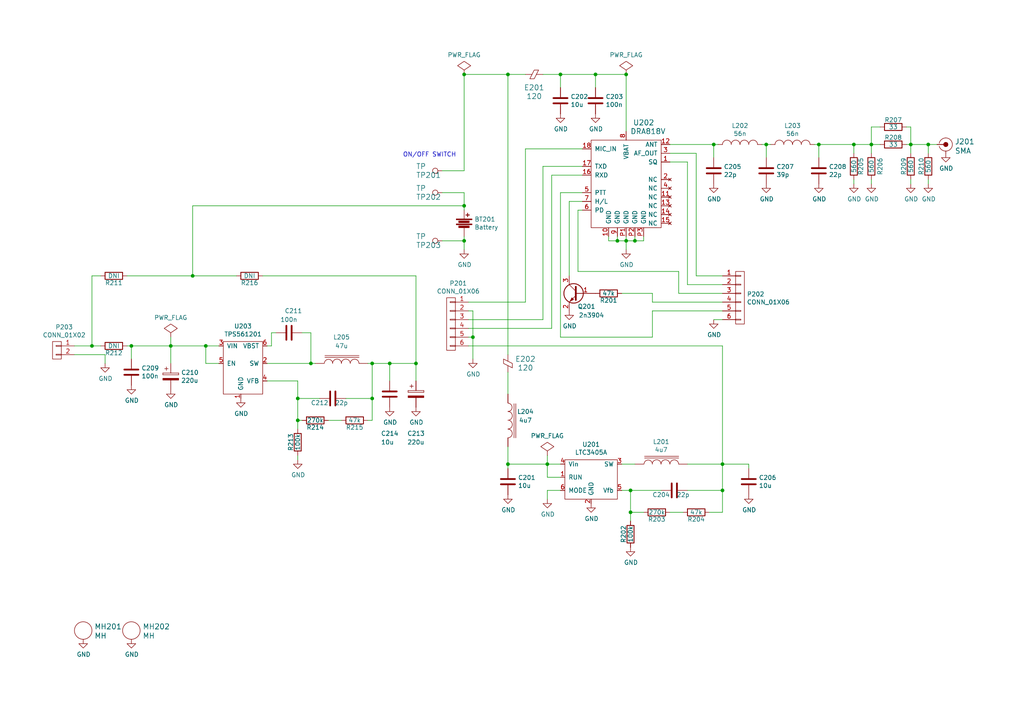
<source format=kicad_sch>
(kicad_sch (version 20211123) (generator eeschema)
  (paper "A4")
  (lib_symbols
    (symbol "Page-tek-conn:CONN_01X02" (pin_names (offset 1.016) hide)
      (property "Reference" "P" (at 0 3.81 0))
      (property "Value" "Page-tek-conn_CONN_01X02" (at 2.54 0 90))
      (symbol "CONN_01X02_0_1"
        (rectangle (start -1.27 -1.143) (end 0.254 -1.397))
        (rectangle (start -1.27 1.397) (end 0.254 1.143))
        (rectangle (start -1.27 2.54) (end 1.27 -2.54))
      )
      (symbol "CONN_01X02_1_1"
        (pin passive line (at -5.08 1.27 0) (length 3.81) (name "P1") (number "1"))
        (pin passive line (at -5.08 -1.27 0) (length 3.81) (name "P2") (number "2"))
      )
    )
    (symbol "Page-tek-conn:CONN_01X06" (pin_names (offset 1.016) hide)
      (property "Reference" "P" (at 0 8.89 0))
      (property "Value" "Page-tek-conn_CONN_01X06" (at 2.54 0 90))
      (symbol "CONN_01X06_0_1"
        (rectangle (start -1.27 -6.223) (end 0.254 -6.477))
        (rectangle (start -1.27 -3.683) (end 0.254 -3.937))
        (rectangle (start -1.27 -1.143) (end 0.254 -1.397))
        (rectangle (start -1.27 1.397) (end 0.254 1.143))
        (rectangle (start -1.27 3.937) (end 0.254 3.683))
        (rectangle (start -1.27 6.477) (end 0.254 6.223))
        (rectangle (start -1.27 7.62) (end 1.27 -7.62))
      )
      (symbol "CONN_01X06_1_1"
        (pin passive line (at -5.08 6.35 0) (length 3.81) (name "P1") (number "1"))
        (pin passive line (at -5.08 3.81 0) (length 3.81) (name "P2") (number "2"))
        (pin passive line (at -5.08 1.27 0) (length 3.81) (name "P3") (number "3"))
        (pin passive line (at -5.08 -1.27 0) (length 3.81) (name "P4") (number "4"))
        (pin passive line (at -5.08 -3.81 0) (length 3.81) (name "P5") (number "5"))
        (pin passive line (at -5.08 -6.35 0) (length 3.81) (name "P6") (number "6"))
      )
    )
    (symbol "Page-tek-conn:SMA" (pin_numbers hide) (pin_names (offset 1.016) hide)
      (property "Reference" "J" (at 2.54 1.27 0))
      (property "Value" "Page-tek-conn_SMA" (at 2.54 -1.27 0))
      (property "Footprint" "SMA" (at 5.08 -3.302 0))
      (symbol "SMA_0_1"
        (arc (start -1.905 -0.508) (mid -1.1909 -1.5311) (end 0 -1.905))
        (arc (start 0 -1.905) (mid 1.905 0) (end 0 1.905))
        (circle (center 0 0) (radius 0.635) (fill (type outline)))
        (arc (start 0 1.905) (mid -1.2136 1.47) (end -1.905 0.381))
      )
      (symbol "SMA_1_1"
        (pin passive line (at -2.54 0 0) (length 2.54) (name "RF") (number "1"))
        (pin passive line (at 0 -2.54 90) (length 0.6096) (name "GND") (number "2"))
      )
    )
    (symbol "Page-tek-conn:TP" (pin_names (offset 1.016))
      (property "Reference" "TP" (at 0.254 5.842 0))
      (property "Value" "Page-tek-conn_TP" (at 0.254 3.81 0))
      (symbol "TP_0_1"
        (polyline (pts (xy 0 1.27) (xy 0 0)))
        (circle (center 0 2.032) (radius 0.762))
      )
      (symbol "TP_1_1"
        (pin input line (at 0 0 90) (length 0) hide (name "~") (number "1"))
      )
    )
    (symbol "Page-tek-mech:MH" (pin_names (offset 1.016))
      (property "Reference" "MH" (at 0 8.89 0))
      (property "Value" "Page-tek-mech_MH" (at 0 6.35 0))
      (symbol "MH_0_1"
        (circle (center 0 2.54) (radius 2.54))
      )
      (symbol "MH_1_1"
        (pin input line (at 0 0 90) (length 0) (name "~") (number "1"))
      )
    )
    (symbol "Page-tek-passive:Battery" (pin_numbers hide) (pin_names (offset 0))
      (property "Reference" "BT" (at 2.54 1.27 0))
      (property "Value" "Page-tek-passive_Battery" (at 2.54 -1.27 0))
      (symbol "Battery_0_1"
        (rectangle (start -2.286 -0.1778) (end 2.286 -0.4318) (fill (type outline)))
        (rectangle (start -2.286 1.27) (end 2.286 1.016) (fill (type outline)))
        (rectangle (start -1.5748 -0.762) (end 1.4732 -1.27) (fill (type outline)))
        (rectangle (start -1.5748 0.6858) (end 1.4732 0.1778) (fill (type outline)))
        (polyline (pts (xy 0.508 2.413) (xy 1.524 2.413)) (stroke (width 0.254)))
        (polyline (pts (xy 1.016 2.921) (xy 1.016 1.905)) (stroke (width 0.254)))
      )
      (symbol "Battery_1_1"
        (pin passive line (at 0 3.81 270) (length 2.54) (name "~") (number "1"))
        (pin passive line (at 0 -3.81 90) (length 2.54) (name "~") (number "2"))
      )
    )
    (symbol "Page-tek-passive:C" (pin_numbers hide) (pin_names (offset 0.254))
      (property "Reference" "C" (at 0.635 2.54 0))
      (property "Value" "Page-tek-passive_C" (at 0.635 -2.54 0))
      (symbol "C_0_1"
        (polyline (pts (xy -2.032 -0.762) (xy 2.032 -0.762)) (stroke (width 0.508)))
        (polyline (pts (xy -2.032 0.762) (xy 2.032 0.762)) (stroke (width 0.508)))
      )
      (symbol "C_1_1"
        (pin passive line (at 0 3.81 270) (length 2.794) (name "~") (number "1"))
        (pin passive line (at 0 -3.81 90) (length 2.794) (name "~") (number "2"))
      )
    )
    (symbol "Page-tek-passive:CP" (pin_numbers hide) (pin_names (offset 0.254))
      (property "Reference" "C" (at 0.635 2.54 0))
      (property "Value" "Page-tek-passive_CP" (at 0.635 -2.54 0))
      (symbol "CP_0_1"
        (rectangle (start -2.286 0.508) (end -2.286 1.016))
        (rectangle (start -2.286 0.508) (end 2.286 0.508))
        (polyline (pts (xy -1.778 2.286) (xy -0.762 2.286)))
        (polyline (pts (xy -1.27 2.794) (xy -1.27 1.778)))
        (rectangle (start 2.286 -0.508) (end -2.286 -1.016) (fill (type outline)))
        (rectangle (start 2.286 1.016) (end -2.286 1.016))
        (rectangle (start 2.286 1.016) (end 2.286 0.508))
      )
      (symbol "CP_1_1"
        (pin passive line (at 0 3.81 270) (length 2.794) (name "~") (number "1"))
        (pin passive line (at 0 -3.81 90) (length 2.794) (name "~") (number "2"))
      )
    )
    (symbol "Page-tek-passive:Ferrite_Bead" (pin_numbers hide) (pin_names (offset 1.016) hide)
      (property "Reference" "E" (at 0 2.54 0))
      (symbol "Ferrite_Bead_0_1"
        (polyline (pts (xy 1.27 1.27) (xy 0 -1.27) (xy -1.27 -1.27) (xy 0 1.27) (xy 1.27 1.27)))
      )
      (symbol "Ferrite_Bead_1_1"
        (pin passive line (at -2.54 0 0) (length 1.905) (name "~") (number "1"))
        (pin passive line (at 2.54 0 180) (length 1.905) (name "~") (number "2"))
      )
    )
    (symbol "Page-tek-passive:INDUCTOR_F" (pin_numbers hide) (pin_names (offset 1.016) hide)
      (property "Reference" "L" (at 3.556 0 90))
      (property "Value" "Page-tek-passive_INDUCTOR_F" (at -1.27 0 90))
      (symbol "INDUCTOR_F_0_1"
        (polyline (pts (xy 1.778 4.826) (xy 1.778 -5.08)))
        (polyline (pts (xy 2.286 -5.08) (xy 2.286 4.826)))
        (arc (start 0.0254 -5.0546) (mid 1.2449 -3.8097) (end 0.0254 -2.54))
        (arc (start 0.0254 -2.5146) (mid 1.2703 -1.2444) (end 0.0254 0.0508))
        (arc (start 0.0254 0.0254) (mid 1.2703 1.2956) (end 0.0254 2.5908))
        (arc (start 0.0254 2.5654) (mid 1.1941 3.7595) (end 0.0254 4.9784))
      )
      (symbol "INDUCTOR_F_1_1"
        (pin passive line (at 0 7.62 270) (length 2.54) (name "1") (number "1"))
        (pin passive line (at 0 -7.62 90) (length 2.54) (name "2") (number "2"))
      )
    )
    (symbol "Page-tek-passive:INDUCTOR_SMALL" (pin_numbers hide) (pin_names (offset 0) hide)
      (property "Reference" "L" (at 0 2.54 0))
      (property "Value" "Page-tek-passive_INDUCTOR_SMALL" (at 0 -1.27 0))
      (symbol "INDUCTOR_SMALL_0_1"
        (arc (start -2.54 0) (mid -3.81 1.27) (end -5.08 0))
        (arc (start 0 0) (mid -1.27 1.27) (end -2.54 0))
        (arc (start 2.54 0) (mid 1.27 1.27) (end 0 0))
        (arc (start 5.08 0) (mid 3.81 1.27) (end 2.54 0))
      )
      (symbol "INDUCTOR_SMALL_1_1"
        (pin input line (at -6.35 0 0) (length 1.27) (name "1") (number "1"))
        (pin input line (at 6.35 0 180) (length 1.27) (name "2") (number "2"))
      )
    )
    (symbol "Page-tek-passive:R" (pin_numbers hide) (pin_names (offset 0))
      (property "Reference" "R" (at 2.032 0 90))
      (property "Value" "Page-tek-passive_R" (at 0 0 90))
      (symbol "R_0_1"
        (rectangle (start -1.016 -2.54) (end 1.016 2.54) (stroke (width 0.254)))
      )
      (symbol "R_1_1"
        (pin passive line (at 0 3.81 270) (length 1.27) (name "~") (number "1"))
        (pin passive line (at 0 -3.81 90) (length 1.27) (name "~") (number "2"))
      )
    )
    (symbol "Page-tek-power:GND" (power) (pin_names (offset 0))
      (property "Value" "Page-tek-power_GND" (at 0 -3.81 0))
      (symbol "GND_0_1"
        (polyline (pts (xy 0 0) (xy 0 -1.27) (xy 1.27 -1.27) (xy 0 -2.54) (xy -1.27 -1.27) (xy 0 -1.27)))
      )
      (symbol "GND_1_1"
        (pin power_in line (at 0 0 270) (length 0) hide (name "GND") (number "1"))
      )
    )
    (symbol "Page-tek-power:PWR_FLAG" (power) (pin_numbers hide) (pin_names (offset 0) hide)
      (property "Value" "Page-tek-power_PWR_FLAG" (at 0 4.572 0))
      (symbol "PWR_FLAG_0_0"
        (pin power_out line (at 0 0 90) (length 0) (name "pwr") (number "1"))
      )
      (symbol "PWR_FLAG_0_1"
        (polyline (pts (xy 0 0) (xy 0 1.27) (xy -1.905 2.54) (xy 0 3.81) (xy 1.905 2.54) (xy 0 1.27)))
      )
    )
    (symbol "Page-tek-rf:DRA818V" (pin_names (offset 1.016))
      (property "Reference" "U" (at 5.08 17.78 0))
      (property "Value" "Page-tek-rf_DRA818V" (at 5.08 15.24 0))
      (symbol "DRA818V_0_1"
        (rectangle (start -10.16 12.7) (end 10.16 -12.7))
      )
      (symbol "DRA818V_1_1"
        (pin output line (at 12.7 6.35 180) (length 2.54) (name "SQ") (number "1"))
        (pin power_in line (at -5.08 -15.24 90) (length 2.54) (name "GND") (number "10"))
        (pin no_connect line (at 12.7 -3.81 180) (length 2.54) (name "NC") (number "11"))
        (pin output line (at 12.7 11.43 180) (length 2.54) (name "ANT") (number "12"))
        (pin no_connect line (at 12.7 -6.35 180) (length 2.54) (name "NC") (number "13"))
        (pin no_connect line (at 12.7 -8.89 180) (length 2.54) (name "NC") (number "14"))
        (pin no_connect line (at 12.7 -11.43 180) (length 2.54) (name "NC") (number "15"))
        (pin input line (at -12.7 2.54 0) (length 2.54) (name "RXD") (number "16"))
        (pin output line (at -12.7 5.08 0) (length 2.54) (name "TXD") (number "17"))
        (pin input line (at -12.7 10.16 0) (length 2.54) (name "MIC_IN") (number "18"))
        (pin no_connect line (at 12.7 1.27 180) (length 2.54) (name "NC") (number "2"))
        (pin output line (at 12.7 8.89 180) (length 2.54) (name "AF_OUT") (number "3"))
        (pin no_connect line (at 12.7 -1.27 180) (length 2.54) (name "NC") (number "4"))
        (pin input line (at -12.7 -2.54 0) (length 2.54) (name "PTT") (number "5"))
        (pin input line (at -12.7 -7.62 0) (length 2.54) (name "PD") (number "6"))
        (pin input line (at -12.7 -5.08 0) (length 2.54) (name "H/L") (number "7"))
        (pin power_in line (at 0 15.24 270) (length 2.54) (name "VBAT") (number "8"))
        (pin power_in line (at -2.54 -15.24 90) (length 2.54) (name "GND") (number "9"))
        (pin power_in line (at 0 -15.24 90) (length 2.54) (name "GND") (number "P1"))
        (pin power_in line (at 2.54 -15.24 90) (length 2.54) (name "GND") (number "P2"))
        (pin power_in line (at 5.08 -15.24 90) (length 2.54) (name "GND") (number "P3"))
      )
    )
    (symbol "Page-tek-semi-d-tr:Q_NPN_BEC" (pin_names (offset 0) hide)
      (property "Reference" "Q" (at 7.62 1.27 0))
      (property "Value" "Page-tek-semi-d-tr_Q_NPN_BEC" (at 15.24 -1.27 0))
      (symbol "Q_NPN_BEC_0_1"
        (polyline (pts (xy 0.635 0.635) (xy 2.54 2.54)))
        (polyline (pts (xy 0.635 -0.635) (xy 2.54 -2.54) (xy 2.54 -2.54)))
        (polyline (pts (xy 0.635 1.905) (xy 0.635 -1.905) (xy 0.635 -1.905)) (stroke (width 0.508)))
        (polyline (pts (xy 1.27 -1.778) (xy 1.778 -1.27) (xy 2.286 -2.286) (xy 1.27 -1.778) (xy 1.27 -1.778)) (fill (type outline)))
        (circle (center 1.27 0) (radius 2.8194) (stroke (width 0.254)))
      )
      (symbol "Q_NPN_BEC_1_1"
        (pin input line (at -5.08 0 0) (length 5.715) (name "B") (number "1"))
        (pin passive line (at 2.54 -5.08 90) (length 2.54) (name "E") (number "2"))
        (pin passive line (at 2.54 5.08 270) (length 2.54) (name "C") (number "3"))
      )
    )
    (symbol "Page-tek-semi-reg:LTC3405A" (pin_names (offset 1.016))
      (property "Reference" "U" (at 1.27 8.89 0))
      (property "Value" "Page-tek-semi-reg_LTC3405A" (at 5.08 6.35 0))
      (symbol "LTC3405A_0_1"
        (rectangle (start 7.62 5.08) (end -7.62 -6.35))
      )
      (symbol "LTC3405A_1_1"
        (pin input line (at -8.89 0 0) (length 1.27) (name "RUN") (number "1"))
        (pin power_in line (at 0 -7.62 90) (length 1.27) (name "GND") (number "2"))
        (pin power_out line (at 8.89 3.81 180) (length 1.27) (name "SW") (number "3"))
        (pin power_in line (at -8.89 3.81 0) (length 1.27) (name "Vin") (number "4"))
        (pin input line (at 8.89 -3.81 180) (length 1.27) (name "Vfb") (number "5"))
        (pin input line (at -8.89 -3.81 0) (length 1.27) (name "MODE") (number "6"))
      )
    )
    (symbol "Page-tek-semi-reg:TPS561201" (pin_names (offset 1.016))
      (property "Reference" "U" (at 2.54 11.43 0))
      (property "Value" "Page-tek-semi-reg_TPS561201" (at 6.35 8.89 0))
      (symbol "TPS561201_0_1"
        (rectangle (start -6.35 6.35) (end 5.08 -8.89))
      )
      (symbol "TPS561201_1_1"
        (pin power_in line (at -1.27 -10.16 90) (length 1.27) (name "GND") (number "1"))
        (pin power_out line (at 6.35 0 180) (length 1.27) (name "SW") (number "2"))
        (pin power_in line (at -7.62 5.08 0) (length 1.27) (name "VIN") (number "3"))
        (pin input line (at 6.35 -5.08 180) (length 1.27) (name "VFB") (number "4"))
        (pin input line (at -7.62 0 0) (length 1.27) (name "EN") (number "5"))
        (pin input line (at 6.35 5.08 180) (length 1.27) (name "VBST") (number "6"))
      )
    )
  )
  (junction (at 252.73 41.91))
  (junction (at 120.65 105.41))
  (junction (at 182.88 142.24))
  (junction (at 26.67 100.33))
  (junction (at 162.56 21.59))
  (junction (at 172.72 21.59))
  (junction (at 134.62 21.59))
  (junction (at 222.25 41.91))
  (junction (at 247.65 41.91))
  (junction (at 184.15 69.85))
  (junction (at 49.53 100.33))
  (junction (at 55.88 80.01))
  (junction (at 86.36 115.57))
  (junction (at 38.1 100.33))
  (junction (at 181.61 69.85))
  (junction (at 86.36 121.92))
  (junction (at 134.62 59.69))
  (junction (at 179.07 69.85))
  (junction (at 59.69 100.33))
  (junction (at 147.32 21.59))
  (junction (at 147.32 134.62))
  (junction (at 158.75 134.62))
  (junction (at 264.16 41.91))
  (junction (at 134.62 69.85))
  (junction (at 237.49 41.91))
  (junction (at 209.55 134.62))
  (junction (at 107.95 115.57))
  (junction (at 269.24 41.91))
  (junction (at 209.55 142.24))
  (junction (at 107.95 105.41))
  (junction (at 137.16 97.79))
  (junction (at 207.01 41.91))
  (junction (at 90.17 105.41))
  (junction (at 181.61 21.59))
  (junction (at 182.88 148.59))
  (junction (at 113.03 105.41))
  (wire (pts (xy 162.56 138.43) (xy 158.75 138.43)))
  (wire (pts (xy 147.32 134.62) (xy 147.32 135.89)))
  (wire (pts (xy 134.62 69.85) (xy 134.62 68.58)))
  (wire (pts (xy 252.73 53.34) (xy 252.73 52.07)))
  (wire (pts (xy 147.32 129.54) (xy 147.32 134.62)))
  (wire (pts (xy 181.61 72.39) (xy 181.61 69.85)))
  (wire (pts (xy 135.89 100.33) (xy 209.55 100.33)))
  (wire (pts (xy 86.36 110.49) (xy 86.36 115.57)))
  (wire (pts (xy 113.03 105.41) (xy 120.65 105.41)))
  (wire (pts (xy 252.73 41.91) (xy 255.27 41.91)))
  (wire (pts (xy 86.36 121.92) (xy 86.36 124.46)))
  (wire (pts (xy 199.39 142.24) (xy 209.55 142.24)))
  (wire (pts (xy 189.23 85.09) (xy 189.23 87.63)))
  (wire (pts (xy 92.71 115.57) (xy 86.36 115.57)))
  (wire (pts (xy 236.22 41.91) (xy 237.49 41.91)))
  (wire (pts (xy 179.07 68.58) (xy 179.07 69.85)))
  (wire (pts (xy 26.67 80.01) (xy 26.67 100.33)))
  (wire (pts (xy 158.75 138.43) (xy 158.75 134.62)))
  (wire (pts (xy 135.89 90.17) (xy 137.16 90.17)))
  (wire (pts (xy 128.27 49.53) (xy 134.62 49.53)))
  (wire (pts (xy 255.27 36.83) (xy 252.73 36.83)))
  (wire (pts (xy 181.61 21.59) (xy 181.61 38.1)))
  (wire (pts (xy 137.16 104.14) (xy 137.16 97.79)))
  (wire (pts (xy 21.59 100.33) (xy 26.67 100.33)))
  (wire (pts (xy 160.02 50.8) (xy 160.02 95.25)))
  (wire (pts (xy 106.68 121.92) (xy 107.95 121.92)))
  (wire (pts (xy 68.58 80.01) (xy 55.88 80.01)))
  (wire (pts (xy 237.49 41.91) (xy 247.65 41.91)))
  (wire (pts (xy 147.32 21.59) (xy 147.32 102.87)))
  (wire (pts (xy 49.53 97.79) (xy 49.53 100.33)))
  (wire (pts (xy 38.1 104.14) (xy 38.1 100.33)))
  (wire (pts (xy 86.36 132.08) (xy 86.36 133.35)))
  (wire (pts (xy 217.17 134.62) (xy 217.17 135.89)))
  (wire (pts (xy 134.62 59.69) (xy 134.62 55.88)))
  (wire (pts (xy 135.89 87.63) (xy 152.4 87.63)))
  (wire (pts (xy 113.03 110.49) (xy 113.03 105.41)))
  (wire (pts (xy 162.56 21.59) (xy 172.72 21.59)))
  (wire (pts (xy 158.75 134.62) (xy 147.32 134.62)))
  (wire (pts (xy 209.55 148.59) (xy 209.55 142.24)))
  (wire (pts (xy 194.31 46.99) (xy 199.39 46.99)))
  (wire (pts (xy 184.15 69.85) (xy 186.69 69.85)))
  (wire (pts (xy 134.62 49.53) (xy 134.62 21.59)))
  (wire (pts (xy 90.17 96.52) (xy 90.17 105.41)))
  (wire (pts (xy 158.75 142.24) (xy 162.56 142.24)))
  (wire (pts (xy 176.53 69.85) (xy 179.07 69.85)))
  (wire (pts (xy 135.89 92.71) (xy 157.48 92.71)))
  (wire (pts (xy 162.56 55.88) (xy 162.56 97.79)))
  (wire (pts (xy 176.53 68.58) (xy 176.53 69.85)))
  (wire (pts (xy 167.64 60.96) (xy 167.64 78.74)))
  (wire (pts (xy 181.61 68.58) (xy 181.61 69.85)))
  (wire (pts (xy 181.61 69.85) (xy 184.15 69.85)))
  (wire (pts (xy 264.16 36.83) (xy 264.16 41.91)))
  (wire (pts (xy 135.89 95.25) (xy 160.02 95.25)))
  (wire (pts (xy 180.34 134.62) (xy 184.15 134.62)))
  (wire (pts (xy 134.62 60.96) (xy 134.62 59.69)))
  (wire (pts (xy 59.69 105.41) (xy 59.69 100.33)))
  (wire (pts (xy 167.64 78.74) (xy 196.85 78.74)))
  (wire (pts (xy 59.69 100.33) (xy 49.53 100.33)))
  (wire (pts (xy 269.24 41.91) (xy 271.78 41.91)))
  (wire (pts (xy 107.95 105.41) (xy 113.03 105.41)))
  (wire (pts (xy 63.5 105.41) (xy 59.69 105.41)))
  (wire (pts (xy 264.16 41.91) (xy 269.24 41.91)))
  (wire (pts (xy 55.88 80.01) (xy 55.88 59.69)))
  (wire (pts (xy 209.55 142.24) (xy 209.55 134.62)))
  (wire (pts (xy 107.95 105.41) (xy 106.68 105.41)))
  (wire (pts (xy 194.31 41.91) (xy 207.01 41.91)))
  (wire (pts (xy 208.28 41.91) (xy 207.01 41.91)))
  (wire (pts (xy 165.1 58.42) (xy 165.1 80.01)))
  (wire (pts (xy 168.91 55.88) (xy 162.56 55.88)))
  (wire (pts (xy 95.25 121.92) (xy 99.06 121.92)))
  (wire (pts (xy 134.62 72.39) (xy 134.62 69.85)))
  (wire (pts (xy 55.88 59.69) (xy 134.62 59.69)))
  (wire (pts (xy 199.39 46.99) (xy 199.39 82.55)))
  (wire (pts (xy 80.01 96.52) (xy 78.74 96.52)))
  (wire (pts (xy 78.74 100.33) (xy 77.47 100.33)))
  (wire (pts (xy 262.89 36.83) (xy 264.16 36.83)))
  (wire (pts (xy 247.65 44.45) (xy 247.65 41.91)))
  (wire (pts (xy 201.93 44.45) (xy 201.93 80.01)))
  (wire (pts (xy 180.34 85.09) (xy 189.23 85.09)))
  (wire (pts (xy 207.01 45.72) (xy 207.01 41.91)))
  (wire (pts (xy 172.72 21.59) (xy 181.61 21.59)))
  (wire (pts (xy 36.83 100.33) (xy 38.1 100.33)))
  (wire (pts (xy 182.88 142.24) (xy 182.88 148.59)))
  (wire (pts (xy 21.59 102.87) (xy 30.48 102.87)))
  (wire (pts (xy 152.4 43.18) (xy 168.91 43.18)))
  (wire (pts (xy 196.85 85.09) (xy 209.55 85.09)))
  (wire (pts (xy 77.47 105.41) (xy 90.17 105.41)))
  (wire (pts (xy 223.52 41.91) (xy 222.25 41.91)))
  (wire (pts (xy 157.48 21.59) (xy 162.56 21.59)))
  (wire (pts (xy 269.24 53.34) (xy 269.24 52.07)))
  (wire (pts (xy 120.65 80.01) (xy 120.65 105.41)))
  (wire (pts (xy 220.98 41.91) (xy 222.25 41.91)))
  (wire (pts (xy 207.01 92.71) (xy 209.55 92.71)))
  (wire (pts (xy 30.48 102.87) (xy 30.48 105.41)))
  (wire (pts (xy 191.77 142.24) (xy 182.88 142.24)))
  (wire (pts (xy 158.75 144.78) (xy 158.75 142.24)))
  (wire (pts (xy 199.39 134.62) (xy 209.55 134.62)))
  (wire (pts (xy 205.74 148.59) (xy 209.55 148.59)))
  (wire (pts (xy 107.95 105.41) (xy 107.95 115.57)))
  (wire (pts (xy 134.62 21.59) (xy 147.32 21.59)))
  (wire (pts (xy 76.2 80.01) (xy 120.65 80.01)))
  (wire (pts (xy 269.24 44.45) (xy 269.24 41.91)))
  (wire (pts (xy 189.23 97.79) (xy 189.23 90.17)))
  (wire (pts (xy 147.32 21.59) (xy 152.4 21.59)))
  (wire (pts (xy 189.23 87.63) (xy 209.55 87.63)))
  (wire (pts (xy 100.33 115.57) (xy 107.95 115.57)))
  (wire (pts (xy 137.16 90.17) (xy 137.16 97.79)))
  (wire (pts (xy 252.73 44.45) (xy 252.73 41.91)))
  (wire (pts (xy 38.1 100.33) (xy 49.53 100.33)))
  (wire (pts (xy 194.31 148.59) (xy 198.12 148.59)))
  (wire (pts (xy 157.48 48.26) (xy 168.91 48.26)))
  (wire (pts (xy 264.16 53.34) (xy 264.16 52.07)))
  (wire (pts (xy 264.16 44.45) (xy 264.16 41.91)))
  (wire (pts (xy 162.56 134.62) (xy 158.75 134.62)))
  (wire (pts (xy 196.85 78.74) (xy 196.85 85.09)))
  (wire (pts (xy 152.4 43.18) (xy 152.4 87.63)))
  (wire (pts (xy 29.21 80.01) (xy 26.67 80.01)))
  (wire (pts (xy 201.93 44.45) (xy 194.31 44.45)))
  (wire (pts (xy 168.91 60.96) (xy 167.64 60.96)))
  (wire (pts (xy 182.88 148.59) (xy 182.88 151.13)))
  (wire (pts (xy 36.83 80.01) (xy 55.88 80.01)))
  (wire (pts (xy 247.65 41.91) (xy 252.73 41.91)))
  (wire (pts (xy 209.55 100.33) (xy 209.55 134.62)))
  (wire (pts (xy 186.69 69.85) (xy 186.69 68.58)))
  (wire (pts (xy 86.36 115.57) (xy 86.36 121.92)))
  (wire (pts (xy 186.69 148.59) (xy 182.88 148.59)))
  (wire (pts (xy 26.67 100.33) (xy 29.21 100.33)))
  (wire (pts (xy 90.17 105.41) (xy 91.44 105.41)))
  (wire (pts (xy 184.15 68.58) (xy 184.15 69.85)))
  (wire (pts (xy 172.72 25.4) (xy 172.72 21.59)))
  (wire (pts (xy 189.23 90.17) (xy 209.55 90.17)))
  (wire (pts (xy 262.89 41.91) (xy 264.16 41.91)))
  (wire (pts (xy 87.63 121.92) (xy 86.36 121.92)))
  (wire (pts (xy 120.65 105.41) (xy 120.65 110.49)))
  (wire (pts (xy 158.75 132.08) (xy 158.75 134.62)))
  (wire (pts (xy 162.56 25.4) (xy 162.56 21.59)))
  (wire (pts (xy 87.63 96.52) (xy 90.17 96.52)))
  (wire (pts (xy 237.49 45.72) (xy 237.49 41.91)))
  (wire (pts (xy 179.07 69.85) (xy 181.61 69.85)))
  (wire (pts (xy 157.48 48.26) (xy 157.48 92.71)))
  (wire (pts (xy 180.34 142.24) (xy 182.88 142.24)))
  (wire (pts (xy 77.47 110.49) (xy 86.36 110.49)))
  (wire (pts (xy 209.55 134.62) (xy 217.17 134.62)))
  (wire (pts (xy 134.62 55.88) (xy 128.27 55.88)))
  (wire (pts (xy 199.39 82.55) (xy 209.55 82.55)))
  (wire (pts (xy 160.02 50.8) (xy 168.91 50.8)))
  (wire (pts (xy 252.73 36.83) (xy 252.73 41.91)))
  (wire (pts (xy 162.56 97.79) (xy 189.23 97.79)))
  (wire (pts (xy 201.93 80.01) (xy 209.55 80.01)))
  (wire (pts (xy 147.32 114.3) (xy 147.32 107.95)))
  (wire (pts (xy 168.91 58.42) (xy 165.1 58.42)))
  (wire (pts (xy 78.74 96.52) (xy 78.74 100.33)))
  (wire (pts (xy 49.53 100.33) (xy 49.53 105.41)))
  (wire (pts (xy 128.27 69.85) (xy 134.62 69.85)))
  (wire (pts (xy 135.89 97.79) (xy 137.16 97.79)))
  (wire (pts (xy 247.65 53.34) (xy 247.65 52.07)))
  (wire (pts (xy 59.69 100.33) (xy 63.5 100.33)))
  (wire (pts (xy 107.95 121.92) (xy 107.95 115.57)))
  (wire (pts (xy 222.25 45.72) (xy 222.25 41.91)))
  (text "ON/OFF SWITCH" (at 116.84 45.72 0) (effects (font (size 1.27 1.27)) (justify left bottom)))
  (symbol (lib_id "Page-tek-semi-reg:TPS561201") (at 71.12 105.41 0) (unit 1)
    (property "Reference" "U203" (at 70.485 94.615 0))
    (property "Value" "TPS561201" (at 70.485 96.9264 0))
    (property "Footprint" "Page-tek-Active:SOT23-6P65_210X110L36X22N-SOT323-6" (effects hide))
  )
  (symbol (lib_id "Page-tek-power:GND") (at 69.85 115.57 0)
    (property "Reference" "#PWR0226" (effects hide))
    (property "Value" "GND" (at 69.977 119.9642 0))
  )
  (symbol (lib_id "Page-tek-passive:INDUCTOR_F") (at 99.06 105.41 90)
    (property "Reference" "L205" (at 99.06 97.79 90))
    (property "Value" "47u" (at 99.06 100.33 90))
    (property "Footprint" "Page-tek-SMDpassive:Wurth_LQS_6045_ind" (effects hide))
  )
  (symbol (lib_id "Page-tek-passive:C") (at 83.82 96.52 270)
    (property "Reference" "C211" (at 82.55 90.17 90) (effects (justify left)))
    (property "Value" "100n" (at 81.28 92.71 90) (effects (justify left)))
    (property "Footprint" "Page-tek-SMDpassive:CAPC160X80X90L35N-0603" (effects hide))
  )
  (symbol (lib_id "Page-tek-passive:R") (at 91.44 121.92 270)
    (property "Reference" "R214" (at 91.44 123.952 90))
    (property "Value" "270k" (at 91.44 121.92 90))
    (property "Footprint" "Page-tek-SMDpassive:RESC160X80X55L30N-0603" (effects hide))
  )
  (symbol (lib_id "Page-tek-passive:R") (at 102.87 121.92 270)
    (property "Reference" "R215" (at 102.87 123.952 90))
    (property "Value" "47k" (at 102.87 121.92 90))
    (property "Footprint" "Page-tek-SMDpassive:RESC160X80X55L30N-0603" (effects hide))
  )
  (symbol (lib_id "Page-tek-passive:R") (at 86.36 128.27 180)
    (property "Reference" "R213" (at 84.328 128.27 90))
    (property "Value" "100k" (at 86.36 128.27 90))
    (property "Footprint" "Page-tek-SMDpassive:RESC160X80X55L30N-0603" (effects hide))
  )
  (symbol (lib_id "Page-tek-passive:C") (at 96.52 115.57 270)
    (property "Reference" "C212" (at 92.71 116.84 90))
    (property "Value" "22p" (at 99.06 116.84 90))
    (property "Footprint" "Page-tek-SMDpassive:CAPC160X80X90L35N-0603" (effects hide))
  )
  (symbol (lib_id "Page-tek-power:GND") (at 86.36 133.35 0)
    (property "Reference" "#PWR0227" (effects hide))
    (property "Value" "GND" (at 86.487 137.7442 0))
  )
  (symbol (lib_id "Page-tek-passive:CP") (at 120.65 114.3 0) (unit 1)
    (property "Reference" "C213" (at 118.11 125.73 0) (effects (justify left)))
    (property "Value" "220u" (at 118.11 128.27 0) (effects (justify left)))
    (property "Footprint" "Page-tek-SMDpassive:CAPAE830X1030L290X95N" (effects hide))
  )
  (symbol (lib_id "Page-tek-power:GND") (at 120.65 118.11 0)
    (property "Reference" "#PWR0228" (effects hide))
    (property "Value" "GND" (at 120.777 122.5042 0))
  )
  (symbol (lib_id "Page-tek-passive:R") (at 72.39 80.01 270)
    (property "Reference" "R216" (at 72.39 82.042 90))
    (property "Value" "DNI" (at 72.39 80.01 90))
    (property "Footprint" "Page-tek-SMDpassive:RESC160X80X55L30N-0603" (effects hide))
  )
  (symbol (lib_id "Page-tek-passive:CP") (at 49.53 109.22 0) (unit 1)
    (property "Reference" "C210" (at 52.5272 108.0516 0) (effects (justify left)))
    (property "Value" "220u" (at 52.5272 110.363 0) (effects (justify left)))
    (property "Footprint" "Page-tek-SMDpassive:CAPAE830X1030L290X95N" (effects hide))
  )
  (symbol (lib_id "Page-tek-power:GND") (at 49.53 113.03 0)
    (property "Reference" "#PWR0225" (effects hide))
    (property "Value" "GND" (at 49.657 117.4242 0))
  )
  (symbol (lib_id "Page-tek-passive:C") (at 38.1 107.95 0)
    (property "Reference" "C209" (at 41.021 106.7816 0) (effects (justify left)))
    (property "Value" "100n" (at 41.021 109.093 0) (effects (justify left)))
    (property "Footprint" "Page-tek-SMDpassive:CAPC160X80X90L35N-0603" (effects hide))
  )
  (symbol (lib_id "Page-tek-power:GND") (at 38.1 111.76 0)
    (property "Reference" "#PWR0224" (effects hide))
    (property "Value" "GND" (at 38.227 116.1542 0))
  )
  (symbol (lib_id "Page-tek-conn:CONN_01X02") (at 16.51 101.6 0) (mirror y) (unit 1)
    (property "Reference" "P203" (at 18.6182 94.869 0))
    (property "Value" "CONN_01X02" (at 18.6182 97.1804 0))
    (property "Footprint" "Page-tek-Conn:JST-S2B-PH-SM4-TB" (effects hide))
  )
  (symbol (lib_id "Page-tek-power:GND") (at 30.48 105.41 0)
    (property "Reference" "#PWR0223" (effects hide))
    (property "Value" "GND" (at 30.607 109.8042 0))
  )
  (symbol (lib_id "Page-tek-passive:Ferrite_Bead") (at 147.32 105.41 270)
    (property "Reference" "E202" (at 152.4 104.14 90) (effects (font (size 1.524 1.524))))
    (property "Value" "120" (at 152.4 106.68 90) (effects (font (size 1.524 1.524))))
    (property "Footprint" "Page-tek-SMDpassive:RESC160X80X55L30N-0603" (effects hide))
  )
  (symbol (lib_id "Page-tek-passive:R") (at 33.02 100.33 270)
    (property "Reference" "R212" (at 33.02 102.362 90))
    (property "Value" "DNI" (at 33.02 100.33 90))
    (property "Footprint" "Page-tek-SMDpassive:RESC160X80X55L30N-0603" (effects hide))
  )
  (symbol (lib_id "Page-tek-passive:INDUCTOR_F") (at 147.32 121.92 0)
    (property "Reference" "L204" (at 152.4 119.38 0))
    (property "Value" "4u7" (at 152.4 121.92 0))
    (property "Footprint" "Page-tek-SMDpassive:Coilcraft_XAL4030" (effects hide))
  )
  (symbol (lib_id "Page-tek-passive:R") (at 33.02 80.01 270)
    (property "Reference" "R211" (at 33.02 82.042 90))
    (property "Value" "DNI" (at 33.02 80.01 90))
    (property "Footprint" "Page-tek-SMDpassive:RESC160X80X55L30N-0603" (effects hide))
  )
  (symbol (lib_id "Page-tek-passive:Battery") (at 134.62 64.77 0)
    (property "Reference" "BT201" (at 137.6172 63.6016 0) (effects (justify left)))
    (property "Value" "Battery" (at 137.6172 65.913 0) (effects (justify left)))
    (property "Footprint" "Page-tek-Mech:1043-18650" (effects hide))
  )
  (symbol (lib_id "Page-tek-conn:TP") (at 128.27 55.88 90)
    (property "Reference" "TP202" (at 120.65 57.15 90) (effects (font (size 1.524 1.524)) (justify right)))
    (property "Value" "TP" (at 120.65 54.61 90) (effects (font (size 1.524 1.524)) (justify right)))
    (property "Footprint" "Page-tek-Conn:TP-SQ-2mm" (effects hide))
  )
  (symbol (lib_id "Page-tek-conn:TP") (at 128.27 49.53 90)
    (property "Reference" "TP201" (at 120.65 50.8 90) (effects (font (size 1.524 1.524)) (justify right)))
    (property "Value" "TP" (at 120.65 48.26 90) (effects (font (size 1.524 1.524)) (justify right)))
    (property "Footprint" "Page-tek-Conn:TP-SQ-2mm" (effects hide))
  )
  (symbol (lib_id "Page-tek-power:GND") (at 134.62 72.39 0)
    (property "Reference" "#PWR0201" (effects hide))
    (property "Value" "GND" (at 134.747 76.7842 0))
  )
  (symbol (lib_id "Page-tek-rf:DRA818V") (at 181.61 53.34 0)
    (property "Reference" "U202" (at 186.69 35.56 0) (effects (font (size 1.524 1.524))))
    (property "Value" "DRA818V" (at 187.96 38.1 0) (effects (font (size 1.524 1.524))))
    (property "Footprint" "Page-tek-Modules:DRA818" (effects hide))
  )
  (symbol (lib_id "Page-tek-power:GND") (at 181.61 72.39 0)
    (property "Reference" "#PWR0209" (effects hide))
    (property "Value" "GND" (at 181.737 76.7842 0))
  )
  (symbol (lib_id "Page-tek-passive:C") (at 172.72 29.21 0)
    (property "Reference" "C203" (at 175.641 28.0416 0) (effects (justify left)))
    (property "Value" "100n" (at 175.641 30.353 0) (effects (justify left)))
    (property "Footprint" "Page-tek-SMDpassive:CAPC160X80X90L35N-0603" (effects hide))
  )
  (symbol (lib_id "Page-tek-passive:C") (at 162.56 29.21 0)
    (property "Reference" "C202" (at 165.481 28.0416 0) (effects (justify left)))
    (property "Value" "10u" (at 165.481 30.353 0) (effects (justify left)))
    (property "Footprint" "Page-tek-SMDpassive:CAPC160X80X90L35N-0603" (effects hide))
  )
  (symbol (lib_id "Page-tek-passive:Ferrite_Bead") (at 154.94 21.59 0)
    (property "Reference" "E201" (at 154.94 25.4 0) (effects (font (size 1.524 1.524))))
    (property "Value" "120" (at 154.94 27.94 0) (effects (font (size 1.524 1.524))))
    (property "Footprint" "Page-tek-SMDpassive:RESC160X80X55L30N-0603" (effects hide))
  )
  (symbol (lib_id "Page-tek-power:GND") (at 162.56 33.02 0)
    (property "Reference" "#PWR0205" (effects hide))
    (property "Value" "GND" (at 162.687 37.4142 0))
  )
  (symbol (lib_id "Page-tek-power:GND") (at 172.72 33.02 0)
    (property "Reference" "#PWR0208" (effects hide))
    (property "Value" "GND" (at 172.847 37.4142 0))
  )
  (symbol (lib_id "Page-tek-semi-d-tr:Q_NPN_BEC") (at 167.64 85.09 0) (mirror y)
    (property "Reference" "Q201" (at 172.72 88.9 0) (effects (justify left)))
    (property "Value" "2n3904" (at 175.26 91.44 0) (effects (justify left)))
    (property "Footprint" "Page-tek-Active:SOT23-3P95_237X112L40X40N-SOT23" (effects hide))
  )
  (symbol (lib_id "Page-tek-power:GND") (at 165.1 90.17 0)
    (property "Reference" "#PWR0206" (effects hide))
    (property "Value" "GND" (at 165.227 94.5642 0))
  )
  (symbol (lib_id "Page-tek-passive:R") (at 176.53 85.09 270)
    (property "Reference" "R201" (at 176.53 87.122 90))
    (property "Value" "47k" (at 176.53 85.09 90))
    (property "Footprint" "Page-tek-SMDpassive:RESC160X80X55L30N-0603" (effects hide))
  )
  (symbol (lib_id "Page-tek-conn:TP") (at 128.27 69.85 90)
    (property "Reference" "TP203" (at 120.65 71.12 90) (effects (font (size 1.524 1.524)) (justify right)))
    (property "Value" "TP" (at 120.65 68.58 90) (effects (font (size 1.524 1.524)) (justify right)))
    (property "Footprint" "Page-tek-Conn:TP-SQ-2mm" (effects hide))
  )
  (symbol (lib_id "Page-tek-passive:C") (at 207.01 49.53 0)
    (property "Reference" "C205" (at 209.931 48.3616 0) (effects (justify left)))
    (property "Value" "22p" (at 209.931 50.673 0) (effects (justify left)))
    (property "Footprint" "Page-tek-SMDpassive:CAPC160X80X90L35N-0603" (effects hide))
  )
  (symbol (lib_id "Page-tek-power:GND") (at 207.01 53.34 0)
    (property "Reference" "#PWR0211" (effects hide))
    (property "Value" "GND" (at 207.137 57.7342 0))
  )
  (symbol (lib_id "Page-tek-passive:C") (at 222.25 49.53 0)
    (property "Reference" "C207" (at 225.171 48.3616 0) (effects (justify left)))
    (property "Value" "39p" (at 225.171 50.673 0) (effects (justify left)))
    (property "Footprint" "Page-tek-SMDpassive:CAPC160X80X90L35N-0603" (effects hide))
  )
  (symbol (lib_id "Page-tek-power:GND") (at 222.25 53.34 0)
    (property "Reference" "#PWR0214" (effects hide))
    (property "Value" "GND" (at 222.377 57.7342 0))
  )
  (symbol (lib_id "Page-tek-passive:C") (at 237.49 49.53 0)
    (property "Reference" "C208" (at 240.411 48.3616 0) (effects (justify left)))
    (property "Value" "22p" (at 240.411 50.673 0) (effects (justify left)))
    (property "Footprint" "Page-tek-SMDpassive:CAPC160X80X90L35N-0603" (effects hide))
  )
  (symbol (lib_id "Page-tek-power:GND") (at 237.49 53.34 0)
    (property "Reference" "#PWR0215" (effects hide))
    (property "Value" "GND" (at 237.617 57.7342 0))
  )
  (symbol (lib_id "Page-tek-passive:INDUCTOR_SMALL") (at 214.63 41.91 0)
    (property "Reference" "L202" (at 214.63 36.449 0))
    (property "Value" "56n" (at 214.63 38.7604 0))
    (property "Footprint" "Page-tek-SMDpassive:Coilcraft_1812SMS" (effects hide))
  )
  (symbol (lib_id "Page-tek-passive:INDUCTOR_SMALL") (at 229.87 41.91 0)
    (property "Reference" "L203" (at 229.87 36.449 0))
    (property "Value" "56n" (at 229.87 38.7604 0))
    (property "Footprint" "Page-tek-SMDpassive:Coilcraft_1812SMS" (effects hide))
  )
  (symbol (lib_id "Page-tek-semi-reg:LTC3405A") (at 171.45 138.43 0)
    (property "Reference" "U201" (at 171.45 128.905 0))
    (property "Value" "LTC3405A" (at 171.45 131.2164 0))
    (property "Footprint" "Page-tek-Active:SOT23-6P95_280X145L45X40N" (effects hide))
  )
  (symbol (lib_id "Page-tek-passive:C") (at 147.32 139.7 0)
    (property "Reference" "C201" (at 150.241 138.5316 0) (effects (justify left)))
    (property "Value" "10u" (at 150.241 140.843 0) (effects (justify left)))
    (property "Footprint" "Page-tek-SMDpassive:CAPC160X80X90L35N-0603" (effects hide))
  )
  (symbol (lib_id "Page-tek-power:GND") (at 147.32 143.51 0)
    (property "Reference" "#PWR0203" (effects hide))
    (property "Value" "GND" (at 147.447 147.9042 0))
  )
  (symbol (lib_id "Page-tek-passive:C") (at 217.17 139.7 0)
    (property "Reference" "C206" (at 220.091 138.5316 0) (effects (justify left)))
    (property "Value" "10u" (at 220.091 140.843 0) (effects (justify left)))
    (property "Footprint" "Page-tek-SMDpassive:CAPC160X80X90L35N-0603" (effects hide))
  )
  (symbol (lib_id "Page-tek-power:GND") (at 217.17 143.51 0)
    (property "Reference" "#PWR0213" (effects hide))
    (property "Value" "GND" (at 217.297 147.9042 0))
  )
  (symbol (lib_id "Page-tek-passive:R") (at 190.5 148.59 270)
    (property "Reference" "R203" (at 190.5 150.622 90))
    (property "Value" "270k" (at 190.5 148.59 90))
    (property "Footprint" "Page-tek-SMDpassive:RESC160X80X55L30N-0603" (effects hide))
  )
  (symbol (lib_id "Page-tek-passive:R") (at 201.93 148.59 270)
    (property "Reference" "R204" (at 201.93 150.622 90))
    (property "Value" "47k" (at 201.93 148.59 90))
    (property "Footprint" "Page-tek-SMDpassive:RESC160X80X55L30N-0603" (effects hide))
  )
  (symbol (lib_id "Page-tek-passive:R") (at 182.88 154.94 180)
    (property "Reference" "R202" (at 180.848 154.94 90))
    (property "Value" "100k" (at 182.88 154.94 90))
    (property "Footprint" "Page-tek-SMDpassive:RESC160X80X55L30N-0603" (effects hide))
  )
  (symbol (lib_id "Page-tek-passive:C") (at 195.58 142.24 270)
    (property "Reference" "C204" (at 191.77 143.51 90))
    (property "Value" "22p" (at 198.12 143.51 90))
    (property "Footprint" "Page-tek-SMDpassive:CAPC160X80X90L35N-0603" (effects hide))
  )
  (symbol (lib_id "Page-tek-power:GND") (at 171.45 146.05 0)
    (property "Reference" "#PWR0207" (effects hide))
    (property "Value" "GND" (at 171.577 150.4442 0))
  )
  (symbol (lib_id "Page-tek-power:GND") (at 182.88 158.75 0)
    (property "Reference" "#PWR0210" (effects hide))
    (property "Value" "GND" (at 183.007 163.1442 0))
  )
  (symbol (lib_id "Page-tek-power:GND") (at 158.75 144.78 0)
    (property "Reference" "#PWR0204" (effects hide))
    (property "Value" "GND" (at 158.877 149.1742 0))
  )
  (symbol (lib_id "Page-tek-conn:SMA") (at 274.32 41.91 0)
    (property "Reference" "J201" (at 276.9362 41.0718 0) (effects (font (size 1.524 1.524)) (justify left)))
    (property "Value" "SMA" (at 276.9362 43.7642 0) (effects (font (size 1.524 1.524)) (justify left)))
    (property "Footprint" "Page-tek-Conn:sma_90_r300.124.403" (effects hide))
  )
  (symbol (lib_id "Page-tek-power:GND") (at 274.32 44.45 0)
    (property "Reference" "#PWR0221" (effects hide))
    (property "Value" "GND" (at 274.447 48.8442 0))
  )
  (symbol (lib_id "Page-tek-mech:MH") (at 24.13 185.42 0)
    (property "Reference" "MH201" (at 27.3812 181.737 0) (effects (font (size 1.524 1.524)) (justify left)))
    (property "Value" "MH" (at 27.3812 184.4294 0) (effects (font (size 1.524 1.524)) (justify left)))
    (property "Footprint" "Page-tek-Mech:MTGP600H320V6H60" (effects hide))
  )
  (symbol (lib_id "Page-tek-mech:MH") (at 38.1 185.42 0)
    (property "Reference" "MH202" (at 41.3512 181.737 0) (effects (font (size 1.524 1.524)) (justify left)))
    (property "Value" "MH" (at 41.3512 184.4294 0) (effects (font (size 1.524 1.524)) (justify left)))
    (property "Footprint" "Page-tek-Mech:MTGP600H320V6H60" (effects hide))
  )
  (symbol (lib_id "Page-tek-power:GND") (at 38.1 185.42 0)
    (property "Reference" "#PWR0222" (effects hide))
    (property "Value" "GND" (at 38.227 189.8142 0))
  )
  (symbol (lib_id "Page-tek-power:GND") (at 24.13 185.42 0)
    (property "Reference" "#PWR0218" (effects hide))
    (property "Value" "GND" (at 24.257 189.8142 0))
  )
  (symbol (lib_id "Page-tek-passive:INDUCTOR_F") (at 191.77 134.62 90)
    (property "Reference" "L201" (at 191.77 128.143 90))
    (property "Value" "4u7" (at 191.77 130.4544 90))
    (property "Footprint" "Page-tek-SMDpassive:Coilcraft_XAL4030" (effects hide))
  )
  (symbol (lib_id "Page-tek-conn:CONN_01X06") (at 130.81 93.98 0) (mirror y)
    (property "Reference" "P201" (at 132.9182 82.169 0))
    (property "Value" "CONN_01X06" (at 132.9182 84.4804 0))
    (property "Footprint" "Page-tek-Conn:HDRV6W64P254_6X1_1524X254H860" (effects hide))
  )
  (symbol (lib_id "Page-tek-power:GND") (at 137.16 104.14 0)
    (property "Reference" "#PWR0202" (effects hide))
    (property "Value" "GND" (at 137.287 108.5342 0))
  )
  (symbol (lib_id "Page-tek-conn:CONN_01X06") (at 214.63 86.36 0)
    (property "Reference" "P202" (at 216.6112 85.3186 0) (effects (justify left)))
    (property "Value" "CONN_01X06" (at 216.6112 87.63 0) (effects (justify left)))
    (property "Footprint" "Page-tek-Conn:HDRV6W64P254_6X1_1524X254H860" (effects hide))
  )
  (symbol (lib_id "Page-tek-power:GND") (at 207.01 92.71 0)
    (property "Reference" "#PWR0212" (effects hide))
    (property "Value" "GND" (at 207.137 97.1042 0))
  )
  (symbol (lib_id "Page-tek-passive:R") (at 247.65 48.26 0)
    (property "Reference" "R205" (at 249.682 48.26 90))
    (property "Value" "560" (at 247.65 48.26 90))
    (property "Footprint" "Page-tek-SMDpassive:RESC200X125X60L35N-0805" (effects hide))
  )
  (symbol (lib_id "Page-tek-passive:R") (at 252.73 48.26 180)
    (property "Reference" "R206" (at 255.27 48.26 90))
    (property "Value" "560" (at 252.73 48.26 90))
    (property "Footprint" "Page-tek-SMDpassive:RESC200X125X60L35N-0805" (effects hide))
  )
  (symbol (lib_id "Page-tek-passive:R") (at 259.08 36.83 90)
    (property "Reference" "R207" (at 259.08 34.798 90))
    (property "Value" "33" (at 259.08 36.83 90))
    (property "Footprint" "Page-tek-SMDpassive:RESC200X125X60L35N-0805" (effects hide))
  )
  (symbol (lib_id "Page-tek-passive:R") (at 259.08 41.91 90)
    (property "Reference" "R208" (at 259.08 39.878 90))
    (property "Value" "33" (at 259.08 41.91 90))
    (property "Footprint" "Page-tek-SMDpassive:RESC200X125X60L35N-0805" (effects hide))
  )
  (symbol (lib_id "Page-tek-passive:R") (at 264.16 48.26 180)
    (property "Reference" "R209" (at 262.128 48.26 90))
    (property "Value" "560" (at 264.16 48.26 90))
    (property "Footprint" "Page-tek-SMDpassive:RESC200X125X60L35N-0805" (effects hide))
  )
  (symbol (lib_id "Page-tek-passive:R") (at 269.24 48.26 180)
    (property "Reference" "R210" (at 267.208 48.26 90))
    (property "Value" "560" (at 269.24 48.26 90))
    (property "Footprint" "Page-tek-SMDpassive:RESC200X125X60L35N-0805" (effects hide))
  )
  (symbol (lib_id "Page-tek-power:GND") (at 247.65 53.34 0)
    (property "Reference" "#PWR0216" (effects hide))
    (property "Value" "GND" (at 247.777 57.7342 0))
  )
  (symbol (lib_id "Page-tek-power:GND") (at 252.73 53.34 0)
    (property "Reference" "#PWR0217" (effects hide))
    (property "Value" "GND" (at 252.857 57.7342 0))
  )
  (symbol (lib_id "Page-tek-power:GND") (at 264.16 53.34 0)
    (property "Reference" "#PWR0219" (effects hide))
    (property "Value" "GND" (at 264.287 57.7342 0))
  )
  (symbol (lib_id "Page-tek-power:GND") (at 269.24 53.34 0)
    (property "Reference" "#PWR0220" (effects hide))
    (property "Value" "GND" (at 269.367 57.7342 0))
  )
  (symbol (lib_id "Page-tek-power:PWR_FLAG") (at 134.62 21.59 0) (unit 1)
    (property "Reference" "#FLG0102" (effects hide))
    (property "Value" "PWR_FLAG" (at 134.62 15.9258 0))
  )
  (symbol (lib_id "Page-tek-power:PWR_FLAG") (at 181.61 21.59 0) (unit 1)
    (property "Reference" "#FLG0103" (effects hide))
    (property "Value" "PWR_FLAG" (at 181.61 15.9258 0))
  )
  (symbol (lib_id "Page-tek-passive:C") (at 113.03 114.3 0)
    (property "Reference" "C214" (at 110.49 125.73 0) (effects (justify left)))
    (property "Value" "10u" (at 110.49 128.27 0) (effects (justify left)))
    (property "Footprint" "Page-tek-SMDpassive:CAPC160X80X90L35N-0603" (effects hide))
  )
  (symbol (lib_id "Page-tek-power:GND") (at 113.03 118.11 0)
    (property "Reference" "#PWR0229" (effects hide))
    (property "Value" "GND" (at 113.157 122.5042 0))
  )
  (symbol (lib_id "Page-tek-power:PWR_FLAG") (at 158.75 132.08 0) (unit 1)
    (property "Reference" "#FLG0104" (effects hide))
    (property "Value" "PWR_FLAG" (at 158.75 126.4158 0))
  )
  (symbol (lib_id "Page-tek-power:PWR_FLAG") (at 49.53 97.79 0) (unit 1)
    (property "Reference" "#FLG0107" (effects hide))
    (property "Value" "PWR_FLAG" (at 49.53 92.1258 0))
  )
)
</source>
